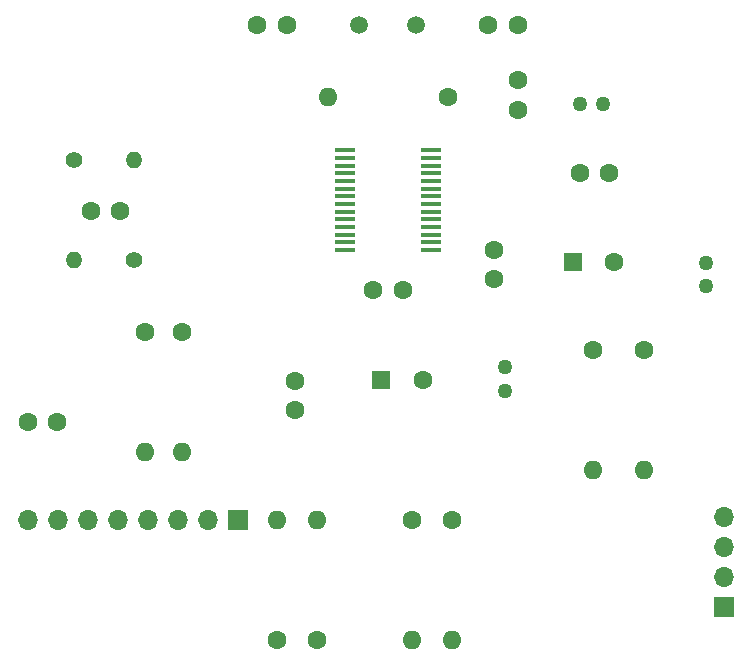
<source format=gts>
G04 #@! TF.GenerationSoftware,KiCad,Pcbnew,(6.0.10)*
G04 #@! TF.CreationDate,2023-07-12T01:57:19+10:00*
G04 #@! TF.ProjectId,DAC,4441432e-6b69-4636-9164-5f7063625858,rev?*
G04 #@! TF.SameCoordinates,Original*
G04 #@! TF.FileFunction,Soldermask,Top*
G04 #@! TF.FilePolarity,Negative*
%FSLAX46Y46*%
G04 Gerber Fmt 4.6, Leading zero omitted, Abs format (unit mm)*
G04 Created by KiCad (PCBNEW (6.0.10)) date 2023-07-12 01:57:19*
%MOMM*%
%LPD*%
G01*
G04 APERTURE LIST*
%ADD10C,1.600000*%
%ADD11R,1.651000X0.431800*%
%ADD12O,1.600000X1.600000*%
%ADD13R,1.600000X1.600000*%
%ADD14C,1.270000*%
%ADD15C,1.500000*%
%ADD16C,1.400000*%
%ADD17O,1.400000X1.400000*%
%ADD18R,1.700000X1.700000*%
%ADD19O,1.700000X1.700000*%
G04 APERTURE END LIST*
D10*
X177419000Y-70465000D03*
X177419000Y-67965000D03*
D11*
X162737800Y-73880000D03*
X162737800Y-74530001D03*
X162737800Y-75180000D03*
X162737800Y-75830001D03*
X162737800Y-76479999D03*
X162737800Y-77130001D03*
X162737800Y-77779999D03*
X162737800Y-78429998D03*
X162737800Y-79079999D03*
X162737800Y-79729998D03*
X162737800Y-80379999D03*
X162737800Y-81029998D03*
X162737800Y-81679999D03*
X162737800Y-82329998D03*
X170002200Y-82330000D03*
X170002200Y-81679999D03*
X170002200Y-81030000D03*
X170002200Y-80379999D03*
X170002200Y-79730001D03*
X170002200Y-79079999D03*
X170002200Y-78430001D03*
X170002200Y-77779999D03*
X170002200Y-77130001D03*
X170002200Y-76479999D03*
X170002200Y-75830001D03*
X170002200Y-75180000D03*
X170002200Y-74530001D03*
X170002200Y-73880000D03*
D10*
X145796000Y-89281000D03*
D12*
X145796000Y-99441000D03*
D10*
X138410000Y-96901000D03*
X135910000Y-96901000D03*
X188087000Y-90805000D03*
D12*
X188087000Y-100965000D03*
D10*
X148971000Y-89281000D03*
D12*
X148971000Y-99441000D03*
D13*
X182019000Y-83312000D03*
D10*
X185519000Y-83312000D03*
X171831000Y-105156000D03*
D12*
X171831000Y-115316000D03*
D10*
X158496000Y-95885000D03*
X158496000Y-93385000D03*
D14*
X193294000Y-85391500D03*
X193294000Y-83391500D03*
X182626000Y-69977000D03*
X184626000Y-69977000D03*
D10*
X171450000Y-69342000D03*
D12*
X161290000Y-69342000D03*
D10*
X174879000Y-63246000D03*
X177379000Y-63246000D03*
X182646000Y-75819000D03*
X185146000Y-75819000D03*
D15*
X163920000Y-63246000D03*
X168800000Y-63246000D03*
D10*
X167640000Y-85725000D03*
X165140000Y-85725000D03*
X168402000Y-105156000D03*
D12*
X168402000Y-115316000D03*
D16*
X144907000Y-83185000D03*
D17*
X139827000Y-83185000D03*
D10*
X160401000Y-115316000D03*
D12*
X160401000Y-105156000D03*
D14*
X176276000Y-94234000D03*
X176276000Y-92234000D03*
D10*
X155321000Y-63246000D03*
X157821000Y-63246000D03*
D18*
X194868000Y-112512500D03*
D19*
X194868000Y-109972500D03*
X194868000Y-107432500D03*
X194868000Y-104892500D03*
D16*
X139827000Y-74676000D03*
D17*
X144907000Y-74676000D03*
D10*
X156972000Y-115316000D03*
D12*
X156972000Y-105156000D03*
D10*
X183769000Y-90805000D03*
D12*
X183769000Y-100965000D03*
D18*
X153690000Y-105156000D03*
D19*
X151150000Y-105156000D03*
X148610000Y-105156000D03*
X146070000Y-105156000D03*
X143530000Y-105156000D03*
X140990000Y-105156000D03*
X138450000Y-105156000D03*
X135910000Y-105156000D03*
D13*
X165843000Y-93345000D03*
D10*
X169343000Y-93345000D03*
X141244000Y-78994000D03*
X143744000Y-78994000D03*
X175387000Y-84816000D03*
X175387000Y-82316000D03*
M02*

</source>
